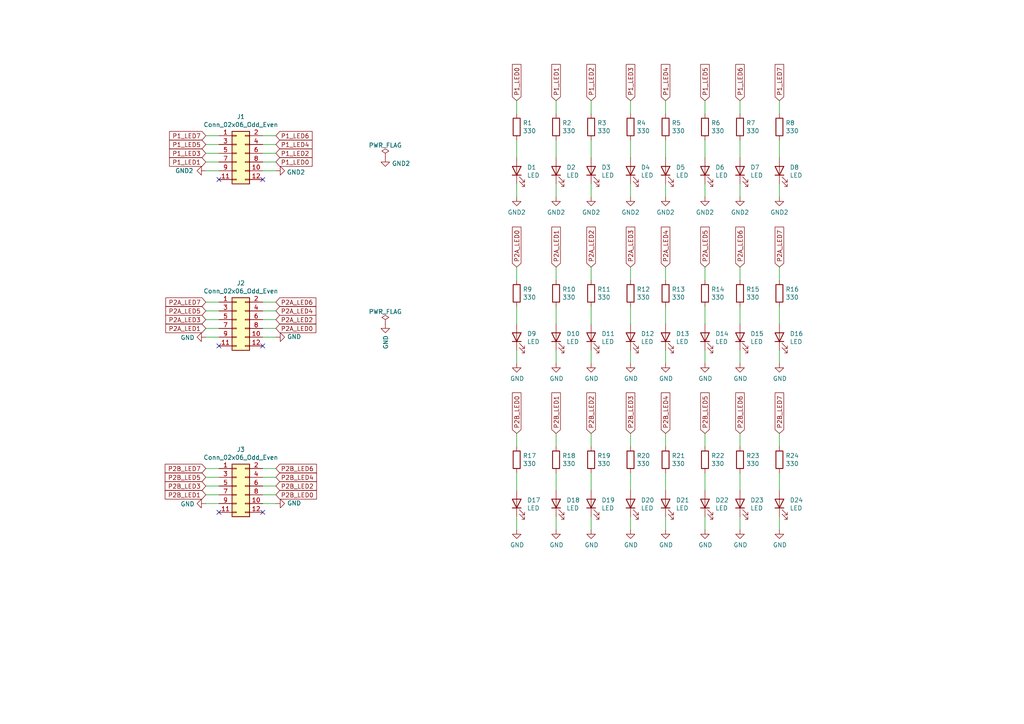
<source format=kicad_sch>
(kicad_sch (version 20211123) (generator eeschema)
  (paper "A4")
  (lib_symbols
    (symbol "Connector_Generic:Conn_02x06_Odd_Even" (pin_names (offset 1.016) hide)
      (property "Reference" "J" (at 1.27 7.62 0))
      (property "Value" "Conn_02x06_Odd_Even" (at 1.27 -10.16 0))
      (symbol "Conn_02x06_Odd_Even_1_1"
        (rectangle (start -1.27 -7.493) (end 0 -7.747) (stroke (width 0.1524)))
        (rectangle (start -1.27 -4.953) (end 0 -5.207) (stroke (width 0.1524)))
        (rectangle (start -1.27 -2.413) (end 0 -2.667) (stroke (width 0.1524)))
        (rectangle (start -1.27 0.127) (end 0 -0.127) (stroke (width 0.1524)))
        (rectangle (start -1.27 2.667) (end 0 2.413) (stroke (width 0.1524)))
        (rectangle (start -1.27 5.207) (end 0 4.953) (stroke (width 0.1524)))
        (rectangle (start -1.27 6.35) (end 3.81 -8.89) (stroke (width 0.254)) (fill (type background)))
        (rectangle (start 3.81 -7.493) (end 2.54 -7.747) (stroke (width 0.1524)))
        (rectangle (start 3.81 -4.953) (end 2.54 -5.207) (stroke (width 0.1524)))
        (rectangle (start 3.81 -2.413) (end 2.54 -2.667) (stroke (width 0.1524)))
        (rectangle (start 3.81 0.127) (end 2.54 -0.127) (stroke (width 0.1524)))
        (rectangle (start 3.81 2.667) (end 2.54 2.413) (stroke (width 0.1524)))
        (rectangle (start 3.81 5.207) (end 2.54 4.953) (stroke (width 0.1524)))
        (pin passive line (at -5.08 5.08 0) (length 3.81) (name "Pin_1") (number "1"))
        (pin passive line (at 7.62 -5.08 180) (length 3.81) (name "Pin_10") (number "10"))
        (pin passive line (at -5.08 -7.62 0) (length 3.81) (name "Pin_11") (number "11"))
        (pin passive line (at 7.62 -7.62 180) (length 3.81) (name "Pin_12") (number "12"))
        (pin passive line (at 7.62 5.08 180) (length 3.81) (name "Pin_2") (number "2"))
        (pin passive line (at -5.08 2.54 0) (length 3.81) (name "Pin_3") (number "3"))
        (pin passive line (at 7.62 2.54 180) (length 3.81) (name "Pin_4") (number "4"))
        (pin passive line (at -5.08 0 0) (length 3.81) (name "Pin_5") (number "5"))
        (pin passive line (at 7.62 0 180) (length 3.81) (name "Pin_6") (number "6"))
        (pin passive line (at -5.08 -2.54 0) (length 3.81) (name "Pin_7") (number "7"))
        (pin passive line (at 7.62 -2.54 180) (length 3.81) (name "Pin_8") (number "8"))
        (pin passive line (at -5.08 -5.08 0) (length 3.81) (name "Pin_9") (number "9"))
      )
    )
    (symbol "Device:LED" (pin_numbers hide) (pin_names (offset 1.016) hide)
      (property "Reference" "D" (at 0 2.54 0))
      (property "Value" "LED" (at 0 -2.54 0))
      (symbol "LED_0_1"
        (polyline (pts (xy -1.27 -1.27) (xy -1.27 1.27)) (stroke (width 0.254)))
        (polyline (pts (xy -1.27 0) (xy 1.27 0)))
        (polyline (pts (xy 1.27 -1.27) (xy 1.27 1.27) (xy -1.27 0) (xy 1.27 -1.27)) (stroke (width 0.254)))
        (polyline (pts (xy -3.048 -0.762) (xy -4.572 -2.286) (xy -3.81 -2.286) (xy -4.572 -2.286) (xy -4.572 -1.524)))
        (polyline (pts (xy -1.778 -0.762) (xy -3.302 -2.286) (xy -2.54 -2.286) (xy -3.302 -2.286) (xy -3.302 -1.524)))
      )
      (symbol "LED_1_1"
        (pin passive line (at -3.81 0 0) (length 2.54) (name "K") (number "1"))
        (pin passive line (at 3.81 0 180) (length 2.54) (name "A") (number "2"))
      )
    )
    (symbol "Device:R" (pin_numbers hide) (pin_names (offset 0))
      (property "Reference" "R" (at 2.032 0 90))
      (property "Value" "R" (at 0 0 90))
      (symbol "R_0_1"
        (rectangle (start -1.016 -2.54) (end 1.016 2.54) (stroke (width 0.254)))
      )
      (symbol "R_1_1"
        (pin passive line (at 0 3.81 270) (length 1.27) (name "~") (number "1"))
        (pin passive line (at 0 -3.81 90) (length 1.27) (name "~") (number "2"))
      )
    )
    (symbol "power:GND" (power) (pin_names (offset 0))
      (property "Value" "GND" (at 0 -3.81 0))
      (symbol "GND_0_1"
        (polyline (pts (xy 0 0) (xy 0 -1.27) (xy 1.27 -1.27) (xy 0 -2.54) (xy -1.27 -1.27) (xy 0 -1.27)))
      )
      (symbol "GND_1_1"
        (pin power_in line (at 0 0 270) (length 0) hide (name "GND") (number "1"))
      )
    )
    (symbol "power:GND2" (power) (pin_names (offset 0))
      (property "Value" "GND2" (at 0 -3.81 0))
      (symbol "GND2_0_1"
        (polyline (pts (xy 0 0) (xy 0 -1.27) (xy 1.27 -1.27) (xy 0 -2.54) (xy -1.27 -1.27) (xy 0 -1.27)))
      )
      (symbol "GND2_1_1"
        (pin power_in line (at 0 0 270) (length 0) hide (name "GND2") (number "1"))
      )
    )
    (symbol "power:PWR_FLAG" (power) (pin_numbers hide) (pin_names (offset 0) hide)
      (property "Value" "PWR_FLAG" (at 0 3.81 0))
      (symbol "PWR_FLAG_0_0"
        (pin power_out line (at 0 0 90) (length 0) (name "pwr") (number "1"))
      )
      (symbol "PWR_FLAG_0_1"
        (polyline (pts (xy 0 0) (xy 0 1.27) (xy -1.016 1.905) (xy 0 2.54) (xy 1.016 1.905) (xy 0 1.27)))
      )
    )
  )
  (no_connect (at 76.2 148.59))
  (no_connect (at 76.2 52.07))
  (no_connect (at 63.5 100.33))
  (no_connect (at 63.5 148.59))
  (no_connect (at 63.5 52.07))
  (no_connect (at 76.2 100.33))
  (wire (pts (xy 171.45 101.6) (xy 171.45 105.41)))
  (wire (pts (xy 193.04 149.86) (xy 193.04 153.67)))
  (wire (pts (xy 161.29 137.16) (xy 161.29 142.24)))
  (wire (pts (xy 182.88 53.34) (xy 182.88 57.15)))
  (wire (pts (xy 76.2 95.25) (xy 80.01 95.25)))
  (wire (pts (xy 149.86 88.9) (xy 149.86 93.98)))
  (wire (pts (xy 63.5 143.51) (xy 59.69 143.51)))
  (wire (pts (xy 149.86 81.28) (xy 149.86 77.47)))
  (wire (pts (xy 161.29 33.02) (xy 161.29 29.21)))
  (wire (pts (xy 204.47 129.54) (xy 204.47 125.73)))
  (wire (pts (xy 204.47 53.34) (xy 204.47 57.15)))
  (wire (pts (xy 182.88 129.54) (xy 182.88 125.73)))
  (wire (pts (xy 76.2 41.91) (xy 80.01 41.91)))
  (wire (pts (xy 193.04 101.6) (xy 193.04 105.41)))
  (wire (pts (xy 204.47 33.02) (xy 204.47 29.21)))
  (wire (pts (xy 63.5 135.89) (xy 59.69 135.89)))
  (wire (pts (xy 171.45 53.34) (xy 171.45 57.15)))
  (wire (pts (xy 226.06 53.34) (xy 226.06 57.15)))
  (wire (pts (xy 182.88 88.9) (xy 182.88 93.98)))
  (wire (pts (xy 63.5 46.99) (xy 59.69 46.99)))
  (wire (pts (xy 182.88 40.64) (xy 182.88 45.72)))
  (wire (pts (xy 76.2 44.45) (xy 80.01 44.45)))
  (wire (pts (xy 63.5 90.17) (xy 59.69 90.17)))
  (wire (pts (xy 76.2 46.99) (xy 80.01 46.99)))
  (wire (pts (xy 226.06 101.6) (xy 226.06 105.41)))
  (wire (pts (xy 149.86 53.34) (xy 149.86 57.15)))
  (wire (pts (xy 214.63 81.28) (xy 214.63 77.47)))
  (wire (pts (xy 171.45 129.54) (xy 171.45 125.73)))
  (wire (pts (xy 149.86 137.16) (xy 149.86 142.24)))
  (wire (pts (xy 80.01 97.79) (xy 76.2 97.79)))
  (wire (pts (xy 226.06 137.16) (xy 226.06 142.24)))
  (wire (pts (xy 204.47 101.6) (xy 204.47 105.41)))
  (wire (pts (xy 63.5 97.79) (xy 59.69 97.79)))
  (wire (pts (xy 214.63 149.86) (xy 214.63 153.67)))
  (wire (pts (xy 171.45 40.64) (xy 171.45 45.72)))
  (wire (pts (xy 161.29 101.6) (xy 161.29 105.41)))
  (wire (pts (xy 161.29 40.64) (xy 161.29 45.72)))
  (wire (pts (xy 193.04 53.34) (xy 193.04 57.15)))
  (wire (pts (xy 63.5 92.71) (xy 59.69 92.71)))
  (wire (pts (xy 214.63 101.6) (xy 214.63 105.41)))
  (wire (pts (xy 171.45 149.86) (xy 171.45 153.67)))
  (wire (pts (xy 226.06 40.64) (xy 226.06 45.72)))
  (wire (pts (xy 63.5 49.53) (xy 59.69 49.53)))
  (wire (pts (xy 182.88 33.02) (xy 182.88 29.21)))
  (wire (pts (xy 204.47 88.9) (xy 204.47 93.98)))
  (wire (pts (xy 193.04 137.16) (xy 193.04 142.24)))
  (wire (pts (xy 182.88 137.16) (xy 182.88 142.24)))
  (wire (pts (xy 76.2 92.71) (xy 80.01 92.71)))
  (wire (pts (xy 161.29 149.86) (xy 161.29 153.67)))
  (wire (pts (xy 193.04 88.9) (xy 193.04 93.98)))
  (wire (pts (xy 204.47 40.64) (xy 204.47 45.72)))
  (wire (pts (xy 226.06 33.02) (xy 226.06 29.21)))
  (wire (pts (xy 76.2 87.63) (xy 80.01 87.63)))
  (wire (pts (xy 204.47 81.28) (xy 204.47 77.47)))
  (wire (pts (xy 182.88 81.28) (xy 182.88 77.47)))
  (wire (pts (xy 80.01 49.53) (xy 76.2 49.53)))
  (wire (pts (xy 226.06 129.54) (xy 226.06 125.73)))
  (wire (pts (xy 76.2 143.51) (xy 80.01 143.51)))
  (wire (pts (xy 214.63 40.64) (xy 214.63 45.72)))
  (wire (pts (xy 204.47 149.86) (xy 204.47 153.67)))
  (wire (pts (xy 214.63 33.02) (xy 214.63 29.21)))
  (wire (pts (xy 182.88 149.86) (xy 182.88 153.67)))
  (wire (pts (xy 63.5 146.05) (xy 59.69 146.05)))
  (wire (pts (xy 63.5 41.91) (xy 59.69 41.91)))
  (wire (pts (xy 226.06 88.9) (xy 226.06 93.98)))
  (wire (pts (xy 171.45 137.16) (xy 171.45 142.24)))
  (wire (pts (xy 214.63 137.16) (xy 214.63 142.24)))
  (wire (pts (xy 149.86 149.86) (xy 149.86 153.67)))
  (wire (pts (xy 214.63 129.54) (xy 214.63 125.73)))
  (wire (pts (xy 63.5 140.97) (xy 59.69 140.97)))
  (wire (pts (xy 76.2 138.43) (xy 80.01 138.43)))
  (wire (pts (xy 63.5 138.43) (xy 59.69 138.43)))
  (wire (pts (xy 171.45 88.9) (xy 171.45 93.98)))
  (wire (pts (xy 193.04 40.64) (xy 193.04 45.72)))
  (wire (pts (xy 193.04 33.02) (xy 193.04 29.21)))
  (wire (pts (xy 149.86 101.6) (xy 149.86 105.41)))
  (wire (pts (xy 214.63 53.34) (xy 214.63 57.15)))
  (wire (pts (xy 193.04 81.28) (xy 193.04 77.47)))
  (wire (pts (xy 161.29 81.28) (xy 161.29 77.47)))
  (wire (pts (xy 149.86 33.02) (xy 149.86 29.21)))
  (wire (pts (xy 63.5 95.25) (xy 59.69 95.25)))
  (wire (pts (xy 76.2 140.97) (xy 80.01 140.97)))
  (wire (pts (xy 149.86 129.54) (xy 149.86 125.73)))
  (wire (pts (xy 171.45 33.02) (xy 171.45 29.21)))
  (wire (pts (xy 171.45 81.28) (xy 171.45 77.47)))
  (wire (pts (xy 76.2 39.37) (xy 80.01 39.37)))
  (wire (pts (xy 76.2 90.17) (xy 80.01 90.17)))
  (wire (pts (xy 63.5 87.63) (xy 59.69 87.63)))
  (wire (pts (xy 161.29 88.9) (xy 161.29 93.98)))
  (wire (pts (xy 63.5 39.37) (xy 59.69 39.37)))
  (wire (pts (xy 76.2 135.89) (xy 80.01 135.89)))
  (wire (pts (xy 80.01 146.05) (xy 76.2 146.05)))
  (wire (pts (xy 214.63 88.9) (xy 214.63 93.98)))
  (wire (pts (xy 193.04 129.54) (xy 193.04 125.73)))
  (wire (pts (xy 226.06 149.86) (xy 226.06 153.67)))
  (wire (pts (xy 204.47 137.16) (xy 204.47 142.24)))
  (wire (pts (xy 63.5 44.45) (xy 59.69 44.45)))
  (wire (pts (xy 161.29 53.34) (xy 161.29 57.15)))
  (wire (pts (xy 182.88 101.6) (xy 182.88 105.41)))
  (wire (pts (xy 149.86 40.64) (xy 149.86 45.72)))
  (wire (pts (xy 226.06 81.28) (xy 226.06 77.47)))
  (wire (pts (xy 161.29 129.54) (xy 161.29 125.73)))
  (global_label "P2A_LED5" (shape input) (at 204.47 77.47 90) (property "Intersheet References" "${INTERSHEET_REFS}" (effects hide)))
  (global_label "P2B_LED7" (shape input) (at 59.69 135.89 180) (property "Intersheet References" "${INTERSHEET_REFS}" (effects hide)))
  (global_label "P1_LED3" (shape input) (at 182.88 29.21 90) (property "Intersheet References" "${INTERSHEET_REFS}" (effects hide)))
  (global_label "P2B_LED5" (shape input) (at 204.47 125.73 90) (property "Intersheet References" "${INTERSHEET_REFS}" (effects hide)))
  (global_label "P2B_LED2" (shape input) (at 80.01 140.97 0) (property "Intersheet References" "${INTERSHEET_REFS}" (effects hide)))
  (global_label "P2A_LED5" (shape input) (at 59.69 90.17 180) (property "Intersheet References" "${INTERSHEET_REFS}" (effects hide)))
  (global_label "P2B_LED7" (shape input) (at 226.06 125.73 90) (property "Intersheet References" "${INTERSHEET_REFS}" (effects hide)))
  (global_label "P1_LED7" (shape input) (at 59.69 39.37 180) (property "Intersheet References" "${INTERSHEET_REFS}" (effects hide)))
  (global_label "P2A_LED0" (shape input) (at 80.01 95.25 0) (property "Intersheet References" "${INTERSHEET_REFS}" (effects hide)))
  (global_label "P2B_LED5" (shape input) (at 59.69 138.43 180) (property "Intersheet References" "${INTERSHEET_REFS}" (effects hide)))
  (global_label "P2A_LED1" (shape input) (at 161.29 77.47 90) (property "Intersheet References" "${INTERSHEET_REFS}" (effects hide)))
  (global_label "P2A_LED6" (shape input) (at 80.01 87.63 0) (property "Intersheet References" "${INTERSHEET_REFS}" (effects hide)))
  (global_label "P1_LED5" (shape input) (at 204.47 29.21 90) (property "Intersheet References" "${INTERSHEET_REFS}" (effects hide)))
  (global_label "P2B_LED4" (shape input) (at 80.01 138.43 0) (property "Intersheet References" "${INTERSHEET_REFS}" (effects hide)))
  (global_label "P1_LED1" (shape input) (at 161.29 29.21 90) (property "Intersheet References" "${INTERSHEET_REFS}" (effects hide)))
  (global_label "P2A_LED7" (shape input) (at 226.06 77.47 90) (property "Intersheet References" "${INTERSHEET_REFS}" (effects hide)))
  (global_label "P1_LED7" (shape input) (at 226.06 29.21 90) (property "Intersheet References" "${INTERSHEET_REFS}" (effects hide)))
  (global_label "P2B_LED2" (shape input) (at 171.45 125.73 90) (property "Intersheet References" "${INTERSHEET_REFS}" (effects hide)))
  (global_label "P2B_LED6" (shape input) (at 214.63 125.73 90) (property "Intersheet References" "${INTERSHEET_REFS}" (effects hide)))
  (global_label "P2A_LED7" (shape input) (at 59.69 87.63 180) (property "Intersheet References" "${INTERSHEET_REFS}" (effects hide)))
  (global_label "P2B_LED4" (shape input) (at 193.04 125.73 90) (property "Intersheet References" "${INTERSHEET_REFS}" (effects hide)))
  (global_label "P1_LED5" (shape input) (at 59.69 41.91 180) (property "Intersheet References" "${INTERSHEET_REFS}" (effects hide)))
  (global_label "P2A_LED4" (shape input) (at 193.04 77.47 90) (property "Intersheet References" "${INTERSHEET_REFS}" (effects hide)))
  (global_label "P1_LED1" (shape input) (at 59.69 46.99 180) (property "Intersheet References" "${INTERSHEET_REFS}" (effects hide)))
  (global_label "P2B_LED6" (shape input) (at 80.01 135.89 0) (property "Intersheet References" "${INTERSHEET_REFS}" (effects hide)))
  (global_label "P2B_LED3" (shape input) (at 182.88 125.73 90) (property "Intersheet References" "${INTERSHEET_REFS}" (effects hide)))
  (global_label "P1_LED2" (shape input) (at 171.45 29.21 90) (property "Intersheet References" "${INTERSHEET_REFS}" (effects hide)))
  (global_label "P1_LED0" (shape input) (at 80.01 46.99 0) (property "Intersheet References" "${INTERSHEET_REFS}" (effects hide)))
  (global_label "P1_LED6" (shape input) (at 214.63 29.21 90) (property "Intersheet References" "${INTERSHEET_REFS}" (effects hide)))
  (global_label "P1_LED3" (shape input) (at 59.69 44.45 180) (property "Intersheet References" "${INTERSHEET_REFS}" (effects hide)))
  (global_label "P2A_LED2" (shape input) (at 171.45 77.47 90) (property "Intersheet References" "${INTERSHEET_REFS}" (effects hide)))
  (global_label "P1_LED0" (shape input) (at 149.86 29.21 90) (property "Intersheet References" "${INTERSHEET_REFS}" (effects hide)))
  (global_label "P1_LED2" (shape input) (at 80.01 44.45 0) (property "Intersheet References" "${INTERSHEET_REFS}" (effects hide)))
  (global_label "P1_LED4" (shape input) (at 80.01 41.91 0) (property "Intersheet References" "${INTERSHEET_REFS}" (effects hide)))
  (global_label "P2A_LED4" (shape input) (at 80.01 90.17 0) (property "Intersheet References" "${INTERSHEET_REFS}" (effects hide)))
  (global_label "P2B_LED1" (shape input) (at 161.29 125.73 90) (property "Intersheet References" "${INTERSHEET_REFS}" (effects hide)))
  (global_label "P2A_LED3" (shape input) (at 182.88 77.47 90) (property "Intersheet References" "${INTERSHEET_REFS}" (effects hide)))
  (global_label "P1_LED6" (shape input) (at 80.01 39.37 0) (property "Intersheet References" "${INTERSHEET_REFS}" (effects hide)))
  (global_label "P2A_LED3" (shape input) (at 59.69 92.71 180) (property "Intersheet References" "${INTERSHEET_REFS}" (effects hide)))
  (global_label "P2B_LED0" (shape input) (at 80.01 143.51 0) (property "Intersheet References" "${INTERSHEET_REFS}" (effects hide)))
  (global_label "P2A_LED6" (shape input) (at 214.63 77.47 90) (property "Intersheet References" "${INTERSHEET_REFS}" (effects hide)))
  (global_label "P2B_LED1" (shape input) (at 59.69 143.51 180) (property "Intersheet References" "${INTERSHEET_REFS}" (effects hide)))
  (global_label "P2B_LED0" (shape input) (at 149.86 125.73 90) (property "Intersheet References" "${INTERSHEET_REFS}" (effects hide)))
  (global_label "P2A_LED1" (shape input) (at 59.69 95.25 180) (property "Intersheet References" "${INTERSHEET_REFS}" (effects hide)))
  (global_label "P2B_LED3" (shape input) (at 59.69 140.97 180) (property "Intersheet References" "${INTERSHEET_REFS}" (effects hide)))
  (global_label "P1_LED4" (shape input) (at 193.04 29.21 90) (property "Intersheet References" "${INTERSHEET_REFS}" (effects hide)))
  (global_label "P2A_LED0" (shape input) (at 149.86 77.47 90) (property "Intersheet References" "${INTERSHEET_REFS}" (effects hide)))
  (global_label "P2A_LED2" (shape input) (at 80.01 92.71 0) (property "Intersheet References" "${INTERSHEET_REFS}" (effects hide)))
  (symbol (lib_id "Connector_Generic:Conn_02x06_Odd_Even") (at 68.58 44.45 0) (unit 1)
    (property "Reference" "J1" (at 69.85 33.8582 0))
    (property "Value" "Conn_02x06_Odd_Even" (at 69.85 36.1696 0))
    (property "Footprint" "Connector_PinSocket_2.54mm:PinSocket_2x06_P2.54mm_Vertical" (effects hide))
  )
  (symbol (lib_id "Device:LED") (at 149.86 49.53 90) (unit 1)
    (property "Reference" "D1" (at 152.8572 48.5394 90) (effects (justify right)))
    (property "Value" "LED" (at 152.8572 50.8508 90) (effects (justify right)))
    (property "Footprint" "LED_SMD:LED_0603_1608Metric" (effects hide))
  )
  (symbol (lib_id "Device:R") (at 149.86 36.83 0) (unit 1)
    (property "Reference" "R1" (at 151.638 35.6616 0) (effects (justify left)))
    (property "Value" "330" (at 151.638 37.973 0) (effects (justify left)))
    (property "Footprint" "Resistor_SMD:R_0603_1608Metric" (effects hide))
  )
  (symbol (lib_id "Device:LED") (at 161.29 49.53 90) (unit 1)
    (property "Reference" "D2" (at 164.2872 48.5394 90) (effects (justify right)))
    (property "Value" "LED" (at 164.2872 50.8508 90) (effects (justify right)))
    (property "Footprint" "LED_SMD:LED_0603_1608Metric" (effects hide))
  )
  (symbol (lib_id "Device:R") (at 161.29 36.83 0) (unit 1)
    (property "Reference" "R2" (at 163.068 35.6616 0) (effects (justify left)))
    (property "Value" "330" (at 163.068 37.973 0) (effects (justify left)))
    (property "Footprint" "Resistor_SMD:R_0603_1608Metric" (effects hide))
  )
  (symbol (lib_id "Device:LED") (at 171.45 49.53 90) (unit 1)
    (property "Reference" "D3" (at 174.4472 48.5394 90) (effects (justify right)))
    (property "Value" "LED" (at 174.4472 50.8508 90) (effects (justify right)))
    (property "Footprint" "LED_SMD:LED_0603_1608Metric" (effects hide))
  )
  (symbol (lib_id "Device:R") (at 171.45 36.83 0) (unit 1)
    (property "Reference" "R3" (at 173.228 35.6616 0) (effects (justify left)))
    (property "Value" "330" (at 173.228 37.973 0) (effects (justify left)))
    (property "Footprint" "Resistor_SMD:R_0603_1608Metric" (effects hide))
  )
  (symbol (lib_id "Device:LED") (at 182.88 49.53 90) (unit 1)
    (property "Reference" "D4" (at 185.8772 48.5394 90) (effects (justify right)))
    (property "Value" "LED" (at 185.8772 50.8508 90) (effects (justify right)))
    (property "Footprint" "LED_SMD:LED_0603_1608Metric" (effects hide))
  )
  (symbol (lib_id "Device:R") (at 182.88 36.83 0) (unit 1)
    (property "Reference" "R4" (at 184.658 35.6616 0) (effects (justify left)))
    (property "Value" "330" (at 184.658 37.973 0) (effects (justify left)))
    (property "Footprint" "Resistor_SMD:R_0603_1608Metric" (effects hide))
  )
  (symbol (lib_id "Device:LED") (at 193.04 49.53 90) (unit 1)
    (property "Reference" "D5" (at 196.0372 48.5394 90) (effects (justify right)))
    (property "Value" "LED" (at 196.0372 50.8508 90) (effects (justify right)))
    (property "Footprint" "LED_SMD:LED_0603_1608Metric" (effects hide))
  )
  (symbol (lib_id "Device:R") (at 193.04 36.83 0) (unit 1)
    (property "Reference" "R5" (at 194.818 35.6616 0) (effects (justify left)))
    (property "Value" "330" (at 194.818 37.973 0) (effects (justify left)))
    (property "Footprint" "Resistor_SMD:R_0603_1608Metric" (effects hide))
  )
  (symbol (lib_id "Device:LED") (at 204.47 49.53 90) (unit 1)
    (property "Reference" "D6" (at 207.4672 48.5394 90) (effects (justify right)))
    (property "Value" "LED" (at 207.4672 50.8508 90) (effects (justify right)))
    (property "Footprint" "LED_SMD:LED_0603_1608Metric" (effects hide))
  )
  (symbol (lib_id "Device:R") (at 204.47 36.83 0) (unit 1)
    (property "Reference" "R6" (at 206.248 35.6616 0) (effects (justify left)))
    (property "Value" "330" (at 206.248 37.973 0) (effects (justify left)))
    (property "Footprint" "Resistor_SMD:R_0603_1608Metric" (effects hide))
  )
  (symbol (lib_id "Device:LED") (at 214.63 49.53 90) (unit 1)
    (property "Reference" "D7" (at 217.6272 48.5394 90) (effects (justify right)))
    (property "Value" "LED" (at 217.6272 50.8508 90) (effects (justify right)))
    (property "Footprint" "LED_SMD:LED_0603_1608Metric" (effects hide))
  )
  (symbol (lib_id "Device:R") (at 214.63 36.83 0) (unit 1)
    (property "Reference" "R7" (at 216.408 35.6616 0) (effects (justify left)))
    (property "Value" "330" (at 216.408 37.973 0) (effects (justify left)))
    (property "Footprint" "Resistor_SMD:R_0603_1608Metric" (effects hide))
  )
  (symbol (lib_id "Device:LED") (at 226.06 49.53 90) (unit 1)
    (property "Reference" "D8" (at 229.0572 48.5394 90) (effects (justify right)))
    (property "Value" "LED" (at 229.0572 50.8508 90) (effects (justify right)))
    (property "Footprint" "LED_SMD:LED_0603_1608Metric" (effects hide))
  )
  (symbol (lib_id "Device:R") (at 226.06 36.83 0) (unit 1)
    (property "Reference" "R8" (at 227.838 35.6616 0) (effects (justify left)))
    (property "Value" "330" (at 227.838 37.973 0) (effects (justify left)))
    (property "Footprint" "Resistor_SMD:R_0603_1608Metric" (effects hide))
  )
  (symbol (lib_id "power:GND2") (at 171.45 57.15 0) (unit 1)
    (property "Reference" "#PWR0101" (effects hide))
    (property "Value" "GND2" (at 171.45 61.5934 0))
  )
  (symbol (lib_id "Connector_Generic:Conn_02x06_Odd_Even") (at 68.58 92.71 0) (unit 1)
    (property "Reference" "J2" (at 69.85 82.1182 0))
    (property "Value" "Conn_02x06_Odd_Even" (at 69.85 84.4296 0))
    (property "Footprint" "Connector_PinSocket_2.54mm:PinSocket_2x06_P2.54mm_Vertical" (effects hide))
  )
  (symbol (lib_id "Device:LED") (at 226.06 146.05 90) (unit 1)
    (property "Reference" "D24" (at 229.0572 145.0594 90) (effects (justify right)))
    (property "Value" "LED" (at 229.0572 147.3708 90) (effects (justify right)))
    (property "Footprint" "LED_SMD:LED_0603_1608Metric" (effects hide))
  )
  (symbol (lib_id "Device:LED") (at 214.63 146.05 90) (unit 1)
    (property "Reference" "D23" (at 217.6272 145.0594 90) (effects (justify right)))
    (property "Value" "LED" (at 217.6272 147.3708 90) (effects (justify right)))
    (property "Footprint" "LED_SMD:LED_0603_1608Metric" (effects hide))
  )
  (symbol (lib_id "Device:LED") (at 204.47 97.79 90) (unit 1)
    (property "Reference" "D14" (at 207.4672 96.7994 90) (effects (justify right)))
    (property "Value" "LED" (at 207.4672 99.1108 90) (effects (justify right)))
    (property "Footprint" "LED_SMD:LED_0603_1608Metric" (effects hide))
  )
  (symbol (lib_id "power:GND") (at 161.29 105.41 0) (unit 1)
    (property "Reference" "#PWR0121" (effects hide))
    (property "Value" "GND" (at 161.417 109.8042 0))
  )
  (symbol (lib_id "power:GND") (at 214.63 153.67 0) (unit 1)
    (property "Reference" "#PWR0112" (effects hide))
    (property "Value" "GND" (at 214.757 158.0642 0))
  )
  (symbol (lib_id "Device:LED") (at 182.88 97.79 90) (unit 1)
    (property "Reference" "D12" (at 185.8772 96.7994 90) (effects (justify right)))
    (property "Value" "LED" (at 185.8772 99.1108 90) (effects (justify right)))
    (property "Footprint" "LED_SMD:LED_0603_1608Metric" (effects hide))
  )
  (symbol (lib_id "power:GND") (at 149.86 153.67 0) (unit 1)
    (property "Reference" "#PWR0128" (effects hide))
    (property "Value" "GND" (at 149.987 158.0642 0))
  )
  (symbol (lib_id "Device:LED") (at 214.63 97.79 90) (unit 1)
    (property "Reference" "D15" (at 217.6272 96.7994 90) (effects (justify right)))
    (property "Value" "LED" (at 217.6272 99.1108 90) (effects (justify right)))
    (property "Footprint" "LED_SMD:LED_0603_1608Metric" (effects hide))
  )
  (symbol (lib_id "power:PWR_FLAG") (at 111.76 45.72 0) (unit 1)
    (property "Reference" "#FLG?" (effects hide))
    (property "Value" "PWR_FLAG" (at 111.76 42.1442 0))
  )
  (symbol (lib_id "power:GND") (at 193.04 105.41 0) (unit 1)
    (property "Reference" "#PWR0119" (effects hide))
    (property "Value" "GND" (at 193.167 109.8042 0))
  )
  (symbol (lib_id "Device:R") (at 182.88 85.09 0) (unit 1)
    (property "Reference" "R12" (at 184.658 83.9216 0) (effects (justify left)))
    (property "Value" "330" (at 184.658 86.233 0) (effects (justify left)))
    (property "Footprint" "Resistor_SMD:R_0603_1608Metric" (effects hide))
  )
  (symbol (lib_id "Device:R") (at 204.47 133.35 0) (unit 1)
    (property "Reference" "R22" (at 206.248 132.1816 0) (effects (justify left)))
    (property "Value" "330" (at 206.248 134.493 0) (effects (justify left)))
    (property "Footprint" "Resistor_SMD:R_0603_1608Metric" (effects hide))
  )
  (symbol (lib_id "power:GND") (at 171.45 153.67 0) (unit 1)
    (property "Reference" "#PWR0125" (effects hide))
    (property "Value" "GND" (at 171.577 158.0642 0))
  )
  (symbol (lib_id "power:GND2") (at 226.06 57.15 0) (unit 1)
    (property "Reference" "#PWR0110" (effects hide))
    (property "Value" "GND2" (at 226.06 61.5934 0))
  )
  (symbol (lib_id "Device:LED") (at 171.45 146.05 90) (unit 1)
    (property "Reference" "D19" (at 174.4472 145.0594 90) (effects (justify right)))
    (property "Value" "LED" (at 174.4472 147.3708 90) (effects (justify right)))
    (property "Footprint" "LED_SMD:LED_0603_1608Metric" (effects hide))
  )
  (symbol (lib_id "Device:LED") (at 161.29 97.79 90) (unit 1)
    (property "Reference" "D10" (at 164.2872 96.7994 90) (effects (justify right)))
    (property "Value" "LED" (at 164.2872 99.1108 90) (effects (justify right)))
    (property "Footprint" "LED_SMD:LED_0603_1608Metric" (effects hide))
  )
  (symbol (lib_id "Device:R") (at 204.47 85.09 0) (unit 1)
    (property "Reference" "R14" (at 206.248 83.9216 0) (effects (justify left)))
    (property "Value" "330" (at 206.248 86.233 0) (effects (justify left)))
    (property "Footprint" "Resistor_SMD:R_0603_1608Metric" (effects hide))
  )
  (symbol (lib_id "Device:R") (at 226.06 133.35 0) (unit 1)
    (property "Reference" "R24" (at 227.838 132.1816 0) (effects (justify left)))
    (property "Value" "330" (at 227.838 134.493 0) (effects (justify left)))
    (property "Footprint" "Resistor_SMD:R_0603_1608Metric" (effects hide))
  )
  (symbol (lib_id "power:GND") (at 59.69 146.05 270) (unit 1)
    (property "Reference" "#PWR0118" (effects hide))
    (property "Value" "GND" (at 56.4388 146.177 90) (effects (justify right)))
  )
  (symbol (lib_id "power:GND") (at 111.76 93.98 0) (unit 1)
    (property "Reference" "#PWR?" (effects hide))
    (property "Value" "GND" (at 111.887 97.2312 90) (effects (justify right)))
  )
  (symbol (lib_id "power:GND") (at 149.86 105.41 0) (unit 1)
    (property "Reference" "#PWR0123" (effects hide))
    (property "Value" "GND" (at 149.987 109.8042 0))
  )
  (symbol (lib_id "Device:R") (at 193.04 133.35 0) (unit 1)
    (property "Reference" "R21" (at 194.818 132.1816 0) (effects (justify left)))
    (property "Value" "330" (at 194.818 134.493 0) (effects (justify left)))
    (property "Footprint" "Resistor_SMD:R_0603_1608Metric" (effects hide))
  )
  (symbol (lib_id "Device:R") (at 214.63 133.35 0) (unit 1)
    (property "Reference" "R23" (at 216.408 132.1816 0) (effects (justify left)))
    (property "Value" "330" (at 216.408 134.493 0) (effects (justify left)))
    (property "Footprint" "Resistor_SMD:R_0603_1608Metric" (effects hide))
  )
  (symbol (lib_id "power:GND2") (at 161.29 57.15 0) (unit 1)
    (property "Reference" "#PWR0104" (effects hide))
    (property "Value" "GND2" (at 161.29 61.5934 0))
  )
  (symbol (lib_id "Connector_Generic:Conn_02x06_Odd_Even") (at 68.58 140.97 0) (unit 1)
    (property "Reference" "J3" (at 69.85 130.3782 0))
    (property "Value" "Conn_02x06_Odd_Even" (at 69.85 132.6896 0))
    (property "Footprint" "Connector_PinSocket_2.54mm:PinSocket_2x06_P2.54mm_Vertical" (effects hide))
  )
  (symbol (lib_id "power:GND2") (at 204.47 57.15 0) (unit 1)
    (property "Reference" "#PWR0108" (effects hide))
    (property "Value" "GND2" (at 204.47 61.5934 0))
  )
  (symbol (lib_id "power:GND2") (at 149.86 57.15 0) (unit 1)
    (property "Reference" "#PWR0103" (effects hide))
    (property "Value" "GND2" (at 149.86 61.5934 0))
  )
  (symbol (lib_id "Device:R") (at 161.29 85.09 0) (unit 1)
    (property "Reference" "R10" (at 163.068 83.9216 0) (effects (justify left)))
    (property "Value" "330" (at 163.068 86.233 0) (effects (justify left)))
    (property "Footprint" "Resistor_SMD:R_0603_1608Metric" (effects hide))
  )
  (symbol (lib_id "Device:R") (at 171.45 85.09 0) (unit 1)
    (property "Reference" "R11" (at 173.228 83.9216 0) (effects (justify left)))
    (property "Value" "330" (at 173.228 86.233 0) (effects (justify left)))
    (property "Footprint" "Resistor_SMD:R_0603_1608Metric" (effects hide))
  )
  (symbol (lib_id "Device:R") (at 149.86 133.35 0) (unit 1)
    (property "Reference" "R17" (at 151.638 132.1816 0) (effects (justify left)))
    (property "Value" "330" (at 151.638 134.493 0) (effects (justify left)))
    (property "Footprint" "Resistor_SMD:R_0603_1608Metric" (effects hide))
  )
  (symbol (lib_id "Device:R") (at 161.29 133.35 0) (unit 1)
    (property "Reference" "R18" (at 163.068 132.1816 0) (effects (justify left)))
    (property "Value" "330" (at 163.068 134.493 0) (effects (justify left)))
    (property "Footprint" "Resistor_SMD:R_0603_1608Metric" (effects hide))
  )
  (symbol (lib_id "Device:R") (at 226.06 85.09 0) (unit 1)
    (property "Reference" "R16" (at 227.838 83.9216 0) (effects (justify left)))
    (property "Value" "330" (at 227.838 86.233 0) (effects (justify left)))
    (property "Footprint" "Resistor_SMD:R_0603_1608Metric" (effects hide))
  )
  (symbol (lib_id "power:PWR_FLAG") (at 111.76 93.98 0) (unit 1)
    (property "Reference" "#FLG?" (effects hide))
    (property "Value" "PWR_FLAG" (at 111.76 90.4042 0))
  )
  (symbol (lib_id "Device:LED") (at 193.04 97.79 90) (unit 1)
    (property "Reference" "D13" (at 196.0372 96.7994 90) (effects (justify right)))
    (property "Value" "LED" (at 196.0372 99.1108 90) (effects (justify right)))
    (property "Footprint" "LED_SMD:LED_0603_1608Metric" (effects hide))
  )
  (symbol (lib_id "Device:R") (at 193.04 85.09 0) (unit 1)
    (property "Reference" "R13" (at 194.818 83.9216 0) (effects (justify left)))
    (property "Value" "330" (at 194.818 86.233 0) (effects (justify left)))
    (property "Footprint" "Resistor_SMD:R_0603_1608Metric" (effects hide))
  )
  (symbol (lib_id "power:GND") (at 161.29 153.67 0) (unit 1)
    (property "Reference" "#PWR0127" (effects hide))
    (property "Value" "GND" (at 161.417 158.0642 0))
  )
  (symbol (lib_id "Device:LED") (at 204.47 146.05 90) (unit 1)
    (property "Reference" "D22" (at 207.4672 145.0594 90) (effects (justify right)))
    (property "Value" "LED" (at 207.4672 147.3708 90) (effects (justify right)))
    (property "Footprint" "LED_SMD:LED_0603_1608Metric" (effects hide))
  )
  (symbol (lib_id "Device:LED") (at 149.86 146.05 90) (unit 1)
    (property "Reference" "D17" (at 152.8572 145.0594 90) (effects (justify right)))
    (property "Value" "LED" (at 152.8572 147.3708 90) (effects (justify right)))
    (property "Footprint" "LED_SMD:LED_0603_1608Metric" (effects hide))
  )
  (symbol (lib_id "Device:LED") (at 161.29 146.05 90) (unit 1)
    (property "Reference" "D18" (at 164.2872 145.0594 90) (effects (justify right)))
    (property "Value" "LED" (at 164.2872 147.3708 90) (effects (justify right)))
    (property "Footprint" "LED_SMD:LED_0603_1608Metric" (effects hide))
  )
  (symbol (lib_id "power:GND2") (at 111.76 45.72 0) (unit 1)
    (property "Reference" "#PWR?" (effects hide))
    (property "Value" "GND2" (at 113.665 47.4238 0) (effects (justify left)))
  )
  (symbol (lib_id "power:GND") (at 80.01 146.05 90) (unit 1)
    (property "Reference" "#PWR0117" (effects hide))
    (property "Value" "GND" (at 83.2612 145.923 90) (effects (justify right)))
  )
  (symbol (lib_id "Device:R") (at 171.45 133.35 0) (unit 1)
    (property "Reference" "R19" (at 173.228 132.1816 0) (effects (justify left)))
    (property "Value" "330" (at 173.228 134.493 0) (effects (justify left)))
    (property "Footprint" "Resistor_SMD:R_0603_1608Metric" (effects hide))
  )
  (symbol (lib_id "power:GND") (at 182.88 153.67 0) (unit 1)
    (property "Reference" "#PWR0124" (effects hide))
    (property "Value" "GND" (at 183.007 158.0642 0))
  )
  (symbol (lib_id "power:GND") (at 59.69 97.79 270) (unit 1)
    (property "Reference" "#PWR0129" (effects hide))
    (property "Value" "GND" (at 56.4388 97.917 90) (effects (justify right)))
  )
  (symbol (lib_id "Device:R") (at 149.86 85.09 0) (unit 1)
    (property "Reference" "R9" (at 151.638 83.9216 0) (effects (justify left)))
    (property "Value" "330" (at 151.638 86.233 0) (effects (justify left)))
    (property "Footprint" "Resistor_SMD:R_0603_1608Metric" (effects hide))
  )
  (symbol (lib_id "Device:R") (at 182.88 133.35 0) (unit 1)
    (property "Reference" "R20" (at 184.658 132.1816 0) (effects (justify left)))
    (property "Value" "330" (at 184.658 134.493 0) (effects (justify left)))
    (property "Footprint" "Resistor_SMD:R_0603_1608Metric" (effects hide))
  )
  (symbol (lib_id "power:GND2") (at 214.63 57.15 0) (unit 1)
    (property "Reference" "#PWR0109" (effects hide))
    (property "Value" "GND2" (at 214.63 61.5934 0))
  )
  (symbol (lib_id "power:GND") (at 171.45 105.41 0) (unit 1)
    (property "Reference" "#PWR0122" (effects hide))
    (property "Value" "GND" (at 171.577 109.8042 0))
  )
  (symbol (lib_id "power:GND") (at 226.06 105.41 0) (unit 1)
    (property "Reference" "#PWR0114" (effects hide))
    (property "Value" "GND" (at 226.187 109.8042 0))
  )
  (symbol (lib_id "power:GND") (at 204.47 153.67 0) (unit 1)
    (property "Reference" "#PWR0113" (effects hide))
    (property "Value" "GND" (at 204.597 158.0642 0))
  )
  (symbol (lib_id "Device:LED") (at 149.86 97.79 90) (unit 1)
    (property "Reference" "D9" (at 152.8572 96.7994 90) (effects (justify right)))
    (property "Value" "LED" (at 152.8572 99.1108 90) (effects (justify right)))
    (property "Footprint" "LED_SMD:LED_0603_1608Metric" (effects hide))
  )
  (symbol (lib_id "Device:LED") (at 193.04 146.05 90) (unit 1)
    (property "Reference" "D21" (at 196.0372 145.0594 90) (effects (justify right)))
    (property "Value" "LED" (at 196.0372 147.3708 90) (effects (justify right)))
    (property "Footprint" "LED_SMD:LED_0603_1608Metric" (effects hide))
  )
  (symbol (lib_id "power:GND2") (at 182.88 57.15 0) (unit 1)
    (property "Reference" "#PWR0102" (effects hide))
    (property "Value" "GND2" (at 182.88 61.5934 0))
  )
  (symbol (lib_id "Device:LED") (at 171.45 97.79 90) (unit 1)
    (property "Reference" "D11" (at 174.4472 96.7994 90) (effects (justify right)))
    (property "Value" "LED" (at 174.4472 99.1108 90) (effects (justify right)))
    (property "Footprint" "LED_SMD:LED_0603_1608Metric" (effects hide))
  )
  (symbol (lib_id "power:GND2") (at 80.01 49.53 90) (unit 1)
    (property "Reference" "#PWR0106" (effects hide))
    (property "Value" "GND2" (at 83.185 49.9638 90) (effects (justify right)))
  )
  (symbol (lib_id "power:GND2") (at 193.04 57.15 0) (unit 1)
    (property "Reference" "#PWR0107" (effects hide))
    (property "Value" "GND2" (at 193.04 61.5934 0))
  )
  (symbol (lib_id "Device:LED") (at 226.06 97.79 90) (unit 1)
    (property "Reference" "D16" (at 229.0572 96.7994 90) (effects (justify right)))
    (property "Value" "LED" (at 229.0572 99.1108 90) (effects (justify right)))
    (property "Footprint" "LED_SMD:LED_0603_1608Metric" (effects hide))
  )
  (symbol (lib_id "Device:LED") (at 182.88 146.05 90) (unit 1)
    (property "Reference" "D20" (at 185.8772 145.0594 90) (effects (justify right)))
    (property "Value" "LED" (at 185.8772 147.3708 90) (effects (justify right)))
    (property "Footprint" "LED_SMD:LED_0603_1608Metric" (effects hide))
  )
  (symbol (lib_id "power:GND") (at 182.88 105.41 0) (unit 1)
    (property "Reference" "#PWR0120" (effects hide))
    (property "Value" "GND" (at 183.007 109.8042 0))
  )
  (symbol (lib_id "power:GND") (at 214.63 105.41 0) (unit 1)
    (property "Reference" "#PWR0116" (effects hide))
    (property "Value" "GND" (at 214.757 109.8042 0))
  )
  (symbol (lib_id "power:GND") (at 193.04 153.67 0) (unit 1)
    (property "Reference" "#PWR0126" (effects hide))
    (property "Value" "GND" (at 193.167 158.0642 0))
  )
  (symbol (lib_id "power:GND") (at 80.01 97.79 90) (unit 1)
    (property "Reference" "#PWR0130" (effects hide))
    (property "Value" "GND" (at 83.2612 97.663 90) (effects (justify right)))
  )
  (symbol (lib_id "Device:R") (at 214.63 85.09 0) (unit 1)
    (property "Reference" "R15" (at 216.408 83.9216 0) (effects (justify left)))
    (property "Value" "330" (at 216.408 86.233 0) (effects (justify left)))
    (property "Footprint" "Resistor_SMD:R_0603_1608Metric" (effects hide))
  )
  (symbol (lib_id "power:GND2") (at 59.69 49.53 270) (unit 1)
    (property "Reference" "#PWR0105" (effects hide))
    (property "Value" "GND2" (at 50.8 49.53 90) (effects (justify left)))
  )
  (symbol (lib_id "power:GND") (at 204.47 105.41 0) (unit 1)
    (property "Reference" "#PWR0115" (effects hide))
    (property "Value" "GND" (at 204.597 109.8042 0))
  )
  (symbol (lib_id "power:GND") (at 226.06 153.67 0) (unit 1)
    (property "Reference" "#PWR0111" (effects hide))
    (property "Value" "GND" (at 226.187 158.0642 0))
  )
)
</source>
